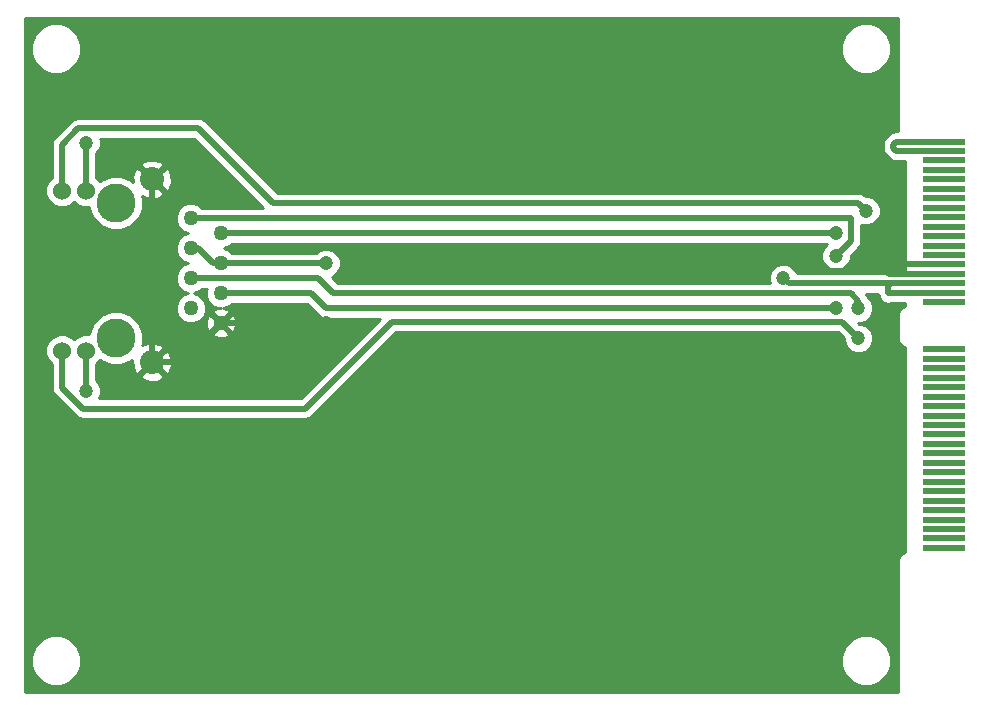
<source format=gbr>
%FSLAX46Y46*%
G04 Gerber Fmt 4.6, Leading zero omitted, Abs format (unit mm)*
G04 Created by KiCad (PCBNEW (2014-10-27 BZR 5228)-product) date 17.12.2014 12:59:46*
%MOMM*%
G01*
G04 APERTURE LIST*
%ADD10C,0.100000*%
%ADD11R,3.600000X0.550000*%
%ADD12C,1.270000*%
%ADD13C,3.302000*%
%ADD14C,2.032000*%
%ADD15C,1.524000*%
%ADD16C,1.200000*%
%ADD17C,0.500000*%
%ADD18C,0.254000*%
G04 APERTURE END LIST*
D10*
D11*
X190754000Y-104750000D03*
X190754000Y-103950000D03*
X190754000Y-103150000D03*
X190754000Y-102350000D03*
X190754000Y-101550000D03*
X190754000Y-100750000D03*
X190754000Y-99950000D03*
X190754000Y-99150000D03*
X190754000Y-98350000D03*
X190754000Y-97550000D03*
X190754000Y-96750000D03*
X190754000Y-95950000D03*
X190754000Y-95150000D03*
X190754000Y-94350000D03*
X190754000Y-93550000D03*
X190754000Y-92750000D03*
X190754000Y-91950000D03*
X190754000Y-91150000D03*
X190754000Y-90350000D03*
X190754000Y-89550000D03*
X190754000Y-88750000D03*
X190754000Y-87950000D03*
X190754000Y-83950000D03*
X190754000Y-83150000D03*
X190754000Y-82350000D03*
X190754000Y-81550000D03*
X190754000Y-80750000D03*
X190754000Y-79950000D03*
X190754000Y-79150000D03*
X190754000Y-78350000D03*
X190754000Y-77550000D03*
X190754000Y-76750000D03*
X190754000Y-75950000D03*
X190754000Y-75150000D03*
X190754000Y-74350000D03*
X190754000Y-73550000D03*
X190754000Y-72750000D03*
X190754000Y-71950000D03*
X190754000Y-71150000D03*
X190754000Y-70350000D03*
D12*
X127000000Y-76835000D03*
X129540000Y-78105000D03*
X127000000Y-79375000D03*
X129540000Y-80645000D03*
X127000000Y-81915000D03*
X129540000Y-83185000D03*
X127000000Y-84455000D03*
X129540000Y-85725000D03*
D13*
X120650000Y-75565000D03*
X120650000Y-86995000D03*
D14*
X123698000Y-73533000D03*
X123698000Y-89027000D03*
D15*
X118110000Y-74498200D03*
X116078000Y-74498200D03*
X118110000Y-88061800D03*
X116078000Y-88061800D03*
D16*
X177165000Y-80010000D03*
X138430000Y-85725000D03*
X138430000Y-80645000D03*
X183515000Y-86995000D03*
X183515000Y-84455000D03*
X177165000Y-81915000D03*
X181610000Y-84455000D03*
X181610000Y-80010000D03*
X181610000Y-78105000D03*
X184150000Y-76200000D03*
X118110000Y-70485000D03*
X118110000Y-91440000D03*
D17*
X186100998Y-81550000D02*
X186055000Y-81504002D01*
X186055000Y-81504002D02*
X186055000Y-81280000D01*
X190754000Y-81550000D02*
X186100998Y-81550000D01*
X182245000Y-81280000D02*
X186055000Y-81280000D01*
X177165000Y-80010000D02*
X178435000Y-81280000D01*
X178435000Y-81280000D02*
X181610000Y-81280000D01*
X181610000Y-81280000D02*
X182245000Y-81280000D01*
X186585000Y-80750000D02*
X186055000Y-81280000D01*
X190754000Y-80750000D02*
X186585000Y-80750000D01*
X129540000Y-85725000D02*
X138430000Y-85725000D01*
X123698000Y-89027000D02*
X123698000Y-73533000D01*
X126238000Y-89027000D02*
X129540000Y-85725000D01*
X123698000Y-89027000D02*
X126238000Y-89027000D01*
X128905000Y-80645000D02*
X129540000Y-80645000D01*
X127635000Y-79375000D02*
X128905000Y-80645000D01*
X127000000Y-79375000D02*
X127635000Y-79375000D01*
X129540000Y-80645000D02*
X138430000Y-80645000D01*
X116078000Y-91186000D02*
X117856000Y-92964000D01*
X117856000Y-92964000D02*
X136652000Y-92964000D01*
X136652000Y-92964000D02*
X144018000Y-85598000D01*
X144018000Y-85598000D02*
X182118000Y-85598000D01*
X182118000Y-85598000D02*
X183515000Y-86995000D01*
X116078000Y-88061800D02*
X116078000Y-91186000D01*
X137795000Y-81915000D02*
X139065000Y-83185000D01*
X139065000Y-83185000D02*
X182880000Y-83185000D01*
X182880000Y-83185000D02*
X183515000Y-83820000D01*
X183515000Y-83820000D02*
X183515000Y-84455000D01*
X127000000Y-81915000D02*
X137795000Y-81915000D01*
X186255000Y-82350000D02*
X186055000Y-82550000D01*
X186055000Y-82550000D02*
X186055000Y-83185000D01*
X186055000Y-83185000D02*
X186090000Y-83150000D01*
X186090000Y-83150000D02*
X190754000Y-83150000D01*
X187325000Y-82350000D02*
X186255000Y-82350000D01*
X190754000Y-82350000D02*
X187325000Y-82350000D01*
X177600000Y-82350000D02*
X177165000Y-81915000D01*
X187325000Y-82350000D02*
X177600000Y-82350000D01*
X181610000Y-84455000D02*
X138430000Y-84455000D01*
X138430000Y-84455000D02*
X137160000Y-83185000D01*
X137160000Y-83185000D02*
X129540000Y-83185000D01*
X176530000Y-76835000D02*
X177165000Y-76835000D01*
X177165000Y-76835000D02*
X179070000Y-76835000D01*
X179070000Y-76835000D02*
X182880000Y-76835000D01*
X182880000Y-76835000D02*
X182880000Y-78740000D01*
X182880000Y-78740000D02*
X181610000Y-80010000D01*
X127000000Y-76835000D02*
X175260000Y-76835000D01*
X175260000Y-76835000D02*
X176530000Y-76835000D01*
X173355000Y-78105000D02*
X129540000Y-78105000D01*
X176530000Y-78105000D02*
X177165000Y-78105000D01*
X177165000Y-78105000D02*
X181610000Y-78105000D01*
X173355000Y-78105000D02*
X176530000Y-78105000D01*
X116078000Y-70612000D02*
X117475000Y-69215000D01*
X117475000Y-69215000D02*
X127635000Y-69215000D01*
X127635000Y-69215000D02*
X133985000Y-75565000D01*
X133985000Y-75565000D02*
X183515000Y-75565000D01*
X183515000Y-75565000D02*
X184150000Y-76200000D01*
X116078000Y-74498200D02*
X116078000Y-70612000D01*
X186720000Y-71150000D02*
X186436000Y-70866000D01*
X186436000Y-70866000D02*
X186436000Y-70612000D01*
X186436000Y-70612000D02*
X186698000Y-70350000D01*
X186698000Y-70350000D02*
X190754000Y-70350000D01*
X190754000Y-71150000D02*
X186720000Y-71150000D01*
X118110000Y-70485000D02*
X118110000Y-74498200D01*
X118110000Y-91440000D02*
X118110000Y-88061800D01*
D18*
G36*
X187452000Y-105131262D02*
X187316862Y-105158143D01*
X187094632Y-105306632D01*
X186946143Y-105528862D01*
X186894000Y-105791000D01*
X186894000Y-116917000D01*
X186285240Y-116917000D01*
X186285240Y-113877211D01*
X185960910Y-113092273D01*
X185360886Y-112491200D01*
X184576515Y-112165501D01*
X183727211Y-112164760D01*
X182942273Y-112489090D01*
X182341200Y-113089114D01*
X182015501Y-113873485D01*
X182014760Y-114722789D01*
X182339090Y-115507727D01*
X182939114Y-116108800D01*
X183723485Y-116434499D01*
X184572789Y-116435240D01*
X185357727Y-116110910D01*
X185958800Y-115510886D01*
X186284499Y-114726515D01*
X186285240Y-113877211D01*
X186285240Y-116917000D01*
X179578000Y-116917000D01*
X117705240Y-116917000D01*
X117705240Y-113877211D01*
X117380910Y-113092273D01*
X116780886Y-112491200D01*
X115996515Y-112165501D01*
X115147211Y-112164760D01*
X114362273Y-112489090D01*
X113761200Y-113089114D01*
X113435501Y-113873485D01*
X113434760Y-114722789D01*
X113759090Y-115507727D01*
X114359114Y-116108800D01*
X115143485Y-116434499D01*
X115992789Y-116435240D01*
X116777727Y-116110910D01*
X117378800Y-115510886D01*
X117704499Y-114726515D01*
X117705240Y-113877211D01*
X117705240Y-116917000D01*
X112953000Y-116917000D01*
X112953000Y-59867000D01*
X186894000Y-59867000D01*
X186894000Y-69465000D01*
X186698005Y-69465000D01*
X186698000Y-69464999D01*
X186415515Y-69521189D01*
X186359325Y-69532367D01*
X186285240Y-69581868D01*
X186285240Y-62061211D01*
X185960910Y-61276273D01*
X185360886Y-60675200D01*
X184576515Y-60349501D01*
X183727211Y-60348760D01*
X182942273Y-60673090D01*
X182341200Y-61273114D01*
X182015501Y-62057485D01*
X182014760Y-62906789D01*
X182339090Y-63691727D01*
X182939114Y-64292800D01*
X183723485Y-64618499D01*
X184572789Y-64619240D01*
X185357727Y-64294910D01*
X185958800Y-63694886D01*
X186284499Y-62910515D01*
X186285240Y-62061211D01*
X186285240Y-69581868D01*
X186072210Y-69724210D01*
X186072207Y-69724213D01*
X185810210Y-69986210D01*
X185618367Y-70273325D01*
X185607189Y-70329515D01*
X185550999Y-70612000D01*
X185551000Y-70612005D01*
X185551000Y-70865994D01*
X185550999Y-70866000D01*
X185607189Y-71148484D01*
X185618367Y-71204675D01*
X185810210Y-71491790D01*
X186094207Y-71775786D01*
X186094210Y-71775790D01*
X186094211Y-71775790D01*
X186381325Y-71967633D01*
X186381326Y-71967633D01*
X186437515Y-71978810D01*
X186720000Y-72035001D01*
X186720000Y-72035000D01*
X186720005Y-72035000D01*
X187452000Y-72035000D01*
X187452000Y-81465000D01*
X187325000Y-81465000D01*
X186255005Y-81465000D01*
X186255000Y-81464999D01*
X186254994Y-81465000D01*
X178315335Y-81465000D01*
X178212592Y-81216343D01*
X177865485Y-80868629D01*
X177411734Y-80680215D01*
X176920421Y-80679786D01*
X176466343Y-80867408D01*
X176118629Y-81214515D01*
X175930215Y-81668266D01*
X175929786Y-82159579D01*
X175987807Y-82300000D01*
X139431579Y-82300000D01*
X138913197Y-81781618D01*
X139128657Y-81692592D01*
X139476371Y-81345485D01*
X139664785Y-80891734D01*
X139665214Y-80400421D01*
X139477592Y-79946343D01*
X139130485Y-79598629D01*
X138676734Y-79410215D01*
X138185421Y-79409786D01*
X137731343Y-79597408D01*
X137568466Y-79760000D01*
X130451030Y-79760000D01*
X130260337Y-79568974D01*
X129793727Y-79375221D01*
X129791512Y-79375219D01*
X130258458Y-79182282D01*
X130451075Y-78990000D01*
X173355000Y-78990000D01*
X176530000Y-78990000D01*
X177165000Y-78990000D01*
X180748425Y-78990000D01*
X180815946Y-79057638D01*
X180563629Y-79309515D01*
X180375215Y-79763266D01*
X180374786Y-80254579D01*
X180562408Y-80708657D01*
X180909515Y-81056371D01*
X181363266Y-81244785D01*
X181854579Y-81245214D01*
X182308657Y-81057592D01*
X182656371Y-80710485D01*
X182844785Y-80256734D01*
X182844985Y-80026593D01*
X183505786Y-79365792D01*
X183505789Y-79365790D01*
X183505790Y-79365790D01*
X183697633Y-79078675D01*
X183765000Y-78740000D01*
X183765001Y-78740000D01*
X183765000Y-78739994D01*
X183765000Y-77377371D01*
X183903266Y-77434785D01*
X184394579Y-77435214D01*
X184848657Y-77247592D01*
X185196371Y-76900485D01*
X185384785Y-76446734D01*
X185385214Y-75955421D01*
X185197592Y-75501343D01*
X184850485Y-75153629D01*
X184396734Y-74965215D01*
X184166594Y-74965014D01*
X184140790Y-74939210D01*
X183853675Y-74747367D01*
X183797484Y-74736189D01*
X183515000Y-74679999D01*
X183514994Y-74680000D01*
X134351579Y-74680000D01*
X128260790Y-68589210D01*
X127973675Y-68397367D01*
X127917484Y-68386189D01*
X127635000Y-68329999D01*
X127634994Y-68330000D01*
X117705240Y-68330000D01*
X117705240Y-62061211D01*
X117380910Y-61276273D01*
X116780886Y-60675200D01*
X115996515Y-60349501D01*
X115147211Y-60348760D01*
X114362273Y-60673090D01*
X113761200Y-61273114D01*
X113435501Y-62057485D01*
X113434760Y-62906789D01*
X113759090Y-63691727D01*
X114359114Y-64292800D01*
X115143485Y-64618499D01*
X115992789Y-64619240D01*
X116777727Y-64294910D01*
X117378800Y-63694886D01*
X117704499Y-62910515D01*
X117705240Y-62061211D01*
X117705240Y-68330000D01*
X117475000Y-68330000D01*
X117136325Y-68397367D01*
X116849210Y-68589210D01*
X116849207Y-68589213D01*
X115452210Y-69986210D01*
X115260367Y-70273325D01*
X115249189Y-70329515D01*
X115192999Y-70612000D01*
X115193000Y-70612005D01*
X115193000Y-73407721D01*
X114894371Y-73705830D01*
X114681243Y-74219100D01*
X114680758Y-74774861D01*
X114892990Y-75288503D01*
X115285630Y-75681829D01*
X115798900Y-75894957D01*
X116354661Y-75895442D01*
X116868303Y-75683210D01*
X117094049Y-75457857D01*
X117317630Y-75681829D01*
X117830900Y-75894957D01*
X118363710Y-75895421D01*
X118363604Y-76017719D01*
X118710894Y-76858223D01*
X119353395Y-77501846D01*
X120193292Y-77850602D01*
X121102719Y-77851396D01*
X121943223Y-77504106D01*
X122586846Y-76861605D01*
X122935602Y-76021708D01*
X122936396Y-75112281D01*
X122887012Y-74992764D01*
X123429642Y-75194816D01*
X124086019Y-75171014D01*
X124581880Y-74965622D01*
X124682502Y-74697107D01*
X123698000Y-73712605D01*
X123683857Y-73726747D01*
X123504252Y-73547142D01*
X123518395Y-73533000D01*
X122533893Y-72548498D01*
X122265378Y-72649120D01*
X122036184Y-73264642D01*
X122053239Y-73734974D01*
X121946605Y-73628154D01*
X121106708Y-73279398D01*
X120197281Y-73278604D01*
X119356777Y-73625894D01*
X119284838Y-73697707D01*
X118995000Y-73407362D01*
X118995000Y-71346574D01*
X119156371Y-71185485D01*
X119344785Y-70731734D01*
X119345214Y-70240421D01*
X119287192Y-70100000D01*
X127268420Y-70100000D01*
X133118420Y-75950000D01*
X127911030Y-75950000D01*
X127720337Y-75758974D01*
X127253727Y-75565221D01*
X126748490Y-75564780D01*
X126281542Y-75757718D01*
X125923974Y-76114663D01*
X125730221Y-76581273D01*
X125729780Y-77086510D01*
X125922718Y-77553458D01*
X126279663Y-77911026D01*
X126746273Y-78104779D01*
X126748487Y-78104780D01*
X126281542Y-78297718D01*
X125923974Y-78654663D01*
X125730221Y-79121273D01*
X125729780Y-79626510D01*
X125922718Y-80093458D01*
X126279663Y-80451026D01*
X126746273Y-80644779D01*
X126748487Y-80644780D01*
X126281542Y-80837718D01*
X125923974Y-81194663D01*
X125730221Y-81661273D01*
X125729780Y-82166510D01*
X125922718Y-82633458D01*
X126279663Y-82991026D01*
X126746273Y-83184779D01*
X126748487Y-83184780D01*
X126281542Y-83377718D01*
X125923974Y-83734663D01*
X125730221Y-84201273D01*
X125729780Y-84706510D01*
X125922718Y-85173458D01*
X126279663Y-85531026D01*
X126746273Y-85724779D01*
X127251510Y-85725220D01*
X127718458Y-85532282D01*
X128076026Y-85175337D01*
X128269779Y-84708727D01*
X128270220Y-84203490D01*
X128077282Y-83736542D01*
X127720337Y-83378974D01*
X127253727Y-83185221D01*
X127251512Y-83185219D01*
X127718458Y-82992282D01*
X127911075Y-82800000D01*
X128324730Y-82800000D01*
X128270221Y-82931273D01*
X128269780Y-83436510D01*
X128462718Y-83903458D01*
X128819663Y-84261026D01*
X129286273Y-84454779D01*
X129503070Y-84454968D01*
X129212977Y-84472094D01*
X128885303Y-84607821D01*
X128831472Y-84836867D01*
X129540000Y-85545395D01*
X130248528Y-84836867D01*
X130194697Y-84607821D01*
X129754453Y-84455187D01*
X129791510Y-84455220D01*
X130258458Y-84262282D01*
X130451075Y-84070000D01*
X136793420Y-84070000D01*
X137804207Y-85080786D01*
X137804210Y-85080790D01*
X138091325Y-85272633D01*
X138430000Y-85340001D01*
X138430000Y-85340000D01*
X138430005Y-85340000D01*
X143024420Y-85340000D01*
X136285420Y-92079000D01*
X130822681Y-92079000D01*
X130822681Y-85902336D01*
X130792906Y-85397977D01*
X130657179Y-85070303D01*
X130428133Y-85016472D01*
X129719605Y-85725000D01*
X130428133Y-86433528D01*
X130657179Y-86379697D01*
X130822681Y-85902336D01*
X130822681Y-92079000D01*
X130248528Y-92079000D01*
X130248528Y-86613133D01*
X129540000Y-85904605D01*
X129360395Y-86084210D01*
X129360395Y-85725000D01*
X128651867Y-85016472D01*
X128422821Y-85070303D01*
X128257319Y-85547664D01*
X128287094Y-86052023D01*
X128422821Y-86379697D01*
X128651867Y-86433528D01*
X129360395Y-85725000D01*
X129360395Y-86084210D01*
X128831472Y-86613133D01*
X128885303Y-86842179D01*
X129362664Y-87007681D01*
X129867023Y-86977906D01*
X130194697Y-86842179D01*
X130248528Y-86613133D01*
X130248528Y-92079000D01*
X125359816Y-92079000D01*
X125359816Y-89295358D01*
X125359816Y-73801358D01*
X125336014Y-73144981D01*
X125130622Y-72649120D01*
X124862107Y-72548498D01*
X124682502Y-72728103D01*
X124682502Y-72368893D01*
X124581880Y-72100378D01*
X123966358Y-71871184D01*
X123309981Y-71894986D01*
X122814120Y-72100378D01*
X122713498Y-72368893D01*
X123698000Y-73353395D01*
X124682502Y-72368893D01*
X124682502Y-72728103D01*
X123877605Y-73533000D01*
X124862107Y-74517502D01*
X125130622Y-74416880D01*
X125359816Y-73801358D01*
X125359816Y-89295358D01*
X125336014Y-88638981D01*
X125130622Y-88143120D01*
X124862107Y-88042498D01*
X123877605Y-89027000D01*
X124862107Y-90011502D01*
X125130622Y-89910880D01*
X125359816Y-89295358D01*
X125359816Y-92079000D01*
X124682502Y-92079000D01*
X124682502Y-90191107D01*
X123698000Y-89206605D01*
X122713498Y-90191107D01*
X122814120Y-90459622D01*
X123429642Y-90688816D01*
X124086019Y-90665014D01*
X124581880Y-90459622D01*
X124682502Y-90191107D01*
X124682502Y-92079000D01*
X119181901Y-92079000D01*
X119344785Y-91686734D01*
X119345214Y-91195421D01*
X119157592Y-90741343D01*
X118995000Y-90578466D01*
X118995000Y-89152278D01*
X119284726Y-88863057D01*
X119353395Y-88931846D01*
X120193292Y-89280602D01*
X121102719Y-89281396D01*
X121943223Y-88934106D01*
X122039076Y-88838419D01*
X122059986Y-89415019D01*
X122265378Y-89910880D01*
X122533893Y-90011502D01*
X123518395Y-89027000D01*
X123504252Y-89012857D01*
X123683857Y-88833252D01*
X123698000Y-88847395D01*
X124682502Y-87862893D01*
X124581880Y-87594378D01*
X123966358Y-87365184D01*
X123309981Y-87388986D01*
X122889288Y-87563242D01*
X122935602Y-87451708D01*
X122936396Y-86542281D01*
X122589106Y-85701777D01*
X121946605Y-85058154D01*
X121106708Y-84709398D01*
X120197281Y-84708604D01*
X119356777Y-85055894D01*
X118713154Y-85698395D01*
X118364398Y-86538292D01*
X118364287Y-86665021D01*
X117833339Y-86664558D01*
X117319697Y-86876790D01*
X117093950Y-87102142D01*
X116870370Y-86878171D01*
X116357100Y-86665043D01*
X115801339Y-86664558D01*
X115287697Y-86876790D01*
X114894371Y-87269430D01*
X114681243Y-87782700D01*
X114680758Y-88338461D01*
X114892990Y-88852103D01*
X115193000Y-89152637D01*
X115193000Y-91185994D01*
X115192999Y-91186000D01*
X115249189Y-91468484D01*
X115260367Y-91524675D01*
X115452210Y-91811790D01*
X117230207Y-93589786D01*
X117230210Y-93589790D01*
X117230211Y-93589790D01*
X117517325Y-93781633D01*
X117517326Y-93781633D01*
X117573515Y-93792810D01*
X117856000Y-93849001D01*
X117856000Y-93849000D01*
X117856005Y-93849000D01*
X136651994Y-93849000D01*
X136652000Y-93849001D01*
X136652000Y-93849000D01*
X136934484Y-93792810D01*
X136990674Y-93781633D01*
X136990675Y-93781633D01*
X137277790Y-93589790D01*
X144384579Y-86483000D01*
X181751420Y-86483000D01*
X182279985Y-87011564D01*
X182279786Y-87239579D01*
X182467408Y-87693657D01*
X182814515Y-88041371D01*
X183268266Y-88229785D01*
X183759579Y-88230214D01*
X184213657Y-88042592D01*
X184561371Y-87695485D01*
X184749785Y-87241734D01*
X184750214Y-86750421D01*
X184562592Y-86296343D01*
X184215485Y-85948629D01*
X183761734Y-85760215D01*
X183531593Y-85760014D01*
X183461533Y-85689953D01*
X183759579Y-85690214D01*
X184213657Y-85502592D01*
X184561371Y-85155485D01*
X184749785Y-84701734D01*
X184750214Y-84210421D01*
X184562592Y-83756343D01*
X184343727Y-83537095D01*
X184332634Y-83481326D01*
X184332633Y-83481325D01*
X184268975Y-83386054D01*
X184168044Y-83235000D01*
X185179944Y-83235000D01*
X185179945Y-83235000D01*
X185226189Y-83467484D01*
X185237367Y-83523675D01*
X185429210Y-83810790D01*
X185716325Y-84002633D01*
X185716326Y-84002633D01*
X185772515Y-84013810D01*
X186055000Y-84070001D01*
X186055000Y-84070000D01*
X186230955Y-84035000D01*
X186230957Y-84035000D01*
X187452000Y-84035000D01*
X187452000Y-84303262D01*
X187316862Y-84330143D01*
X187094632Y-84478632D01*
X186946143Y-84700862D01*
X186894000Y-84963000D01*
X186894000Y-87122000D01*
X186946143Y-87384138D01*
X187094632Y-87606368D01*
X187316862Y-87754857D01*
X187452000Y-87781737D01*
X187452000Y-105131262D01*
X187452000Y-105131262D01*
G37*
X187452000Y-105131262D02*
X187316862Y-105158143D01*
X187094632Y-105306632D01*
X186946143Y-105528862D01*
X186894000Y-105791000D01*
X186894000Y-116917000D01*
X186285240Y-116917000D01*
X186285240Y-113877211D01*
X185960910Y-113092273D01*
X185360886Y-112491200D01*
X184576515Y-112165501D01*
X183727211Y-112164760D01*
X182942273Y-112489090D01*
X182341200Y-113089114D01*
X182015501Y-113873485D01*
X182014760Y-114722789D01*
X182339090Y-115507727D01*
X182939114Y-116108800D01*
X183723485Y-116434499D01*
X184572789Y-116435240D01*
X185357727Y-116110910D01*
X185958800Y-115510886D01*
X186284499Y-114726515D01*
X186285240Y-113877211D01*
X186285240Y-116917000D01*
X179578000Y-116917000D01*
X117705240Y-116917000D01*
X117705240Y-113877211D01*
X117380910Y-113092273D01*
X116780886Y-112491200D01*
X115996515Y-112165501D01*
X115147211Y-112164760D01*
X114362273Y-112489090D01*
X113761200Y-113089114D01*
X113435501Y-113873485D01*
X113434760Y-114722789D01*
X113759090Y-115507727D01*
X114359114Y-116108800D01*
X115143485Y-116434499D01*
X115992789Y-116435240D01*
X116777727Y-116110910D01*
X117378800Y-115510886D01*
X117704499Y-114726515D01*
X117705240Y-113877211D01*
X117705240Y-116917000D01*
X112953000Y-116917000D01*
X112953000Y-59867000D01*
X186894000Y-59867000D01*
X186894000Y-69465000D01*
X186698005Y-69465000D01*
X186698000Y-69464999D01*
X186415515Y-69521189D01*
X186359325Y-69532367D01*
X186285240Y-69581868D01*
X186285240Y-62061211D01*
X185960910Y-61276273D01*
X185360886Y-60675200D01*
X184576515Y-60349501D01*
X183727211Y-60348760D01*
X182942273Y-60673090D01*
X182341200Y-61273114D01*
X182015501Y-62057485D01*
X182014760Y-62906789D01*
X182339090Y-63691727D01*
X182939114Y-64292800D01*
X183723485Y-64618499D01*
X184572789Y-64619240D01*
X185357727Y-64294910D01*
X185958800Y-63694886D01*
X186284499Y-62910515D01*
X186285240Y-62061211D01*
X186285240Y-69581868D01*
X186072210Y-69724210D01*
X186072207Y-69724213D01*
X185810210Y-69986210D01*
X185618367Y-70273325D01*
X185607189Y-70329515D01*
X185550999Y-70612000D01*
X185551000Y-70612005D01*
X185551000Y-70865994D01*
X185550999Y-70866000D01*
X185607189Y-71148484D01*
X185618367Y-71204675D01*
X185810210Y-71491790D01*
X186094207Y-71775786D01*
X186094210Y-71775790D01*
X186094211Y-71775790D01*
X186381325Y-71967633D01*
X186381326Y-71967633D01*
X186437515Y-71978810D01*
X186720000Y-72035001D01*
X186720000Y-72035000D01*
X186720005Y-72035000D01*
X187452000Y-72035000D01*
X187452000Y-81465000D01*
X187325000Y-81465000D01*
X186255005Y-81465000D01*
X186255000Y-81464999D01*
X186254994Y-81465000D01*
X178315335Y-81465000D01*
X178212592Y-81216343D01*
X177865485Y-80868629D01*
X177411734Y-80680215D01*
X176920421Y-80679786D01*
X176466343Y-80867408D01*
X176118629Y-81214515D01*
X175930215Y-81668266D01*
X175929786Y-82159579D01*
X175987807Y-82300000D01*
X139431579Y-82300000D01*
X138913197Y-81781618D01*
X139128657Y-81692592D01*
X139476371Y-81345485D01*
X139664785Y-80891734D01*
X139665214Y-80400421D01*
X139477592Y-79946343D01*
X139130485Y-79598629D01*
X138676734Y-79410215D01*
X138185421Y-79409786D01*
X137731343Y-79597408D01*
X137568466Y-79760000D01*
X130451030Y-79760000D01*
X130260337Y-79568974D01*
X129793727Y-79375221D01*
X129791512Y-79375219D01*
X130258458Y-79182282D01*
X130451075Y-78990000D01*
X173355000Y-78990000D01*
X176530000Y-78990000D01*
X177165000Y-78990000D01*
X180748425Y-78990000D01*
X180815946Y-79057638D01*
X180563629Y-79309515D01*
X180375215Y-79763266D01*
X180374786Y-80254579D01*
X180562408Y-80708657D01*
X180909515Y-81056371D01*
X181363266Y-81244785D01*
X181854579Y-81245214D01*
X182308657Y-81057592D01*
X182656371Y-80710485D01*
X182844785Y-80256734D01*
X182844985Y-80026593D01*
X183505786Y-79365792D01*
X183505789Y-79365790D01*
X183505790Y-79365790D01*
X183697633Y-79078675D01*
X183765000Y-78740000D01*
X183765001Y-78740000D01*
X183765000Y-78739994D01*
X183765000Y-77377371D01*
X183903266Y-77434785D01*
X184394579Y-77435214D01*
X184848657Y-77247592D01*
X185196371Y-76900485D01*
X185384785Y-76446734D01*
X185385214Y-75955421D01*
X185197592Y-75501343D01*
X184850485Y-75153629D01*
X184396734Y-74965215D01*
X184166594Y-74965014D01*
X184140790Y-74939210D01*
X183853675Y-74747367D01*
X183797484Y-74736189D01*
X183515000Y-74679999D01*
X183514994Y-74680000D01*
X134351579Y-74680000D01*
X128260790Y-68589210D01*
X127973675Y-68397367D01*
X127917484Y-68386189D01*
X127635000Y-68329999D01*
X127634994Y-68330000D01*
X117705240Y-68330000D01*
X117705240Y-62061211D01*
X117380910Y-61276273D01*
X116780886Y-60675200D01*
X115996515Y-60349501D01*
X115147211Y-60348760D01*
X114362273Y-60673090D01*
X113761200Y-61273114D01*
X113435501Y-62057485D01*
X113434760Y-62906789D01*
X113759090Y-63691727D01*
X114359114Y-64292800D01*
X115143485Y-64618499D01*
X115992789Y-64619240D01*
X116777727Y-64294910D01*
X117378800Y-63694886D01*
X117704499Y-62910515D01*
X117705240Y-62061211D01*
X117705240Y-68330000D01*
X117475000Y-68330000D01*
X117136325Y-68397367D01*
X116849210Y-68589210D01*
X116849207Y-68589213D01*
X115452210Y-69986210D01*
X115260367Y-70273325D01*
X115249189Y-70329515D01*
X115192999Y-70612000D01*
X115193000Y-70612005D01*
X115193000Y-73407721D01*
X114894371Y-73705830D01*
X114681243Y-74219100D01*
X114680758Y-74774861D01*
X114892990Y-75288503D01*
X115285630Y-75681829D01*
X115798900Y-75894957D01*
X116354661Y-75895442D01*
X116868303Y-75683210D01*
X117094049Y-75457857D01*
X117317630Y-75681829D01*
X117830900Y-75894957D01*
X118363710Y-75895421D01*
X118363604Y-76017719D01*
X118710894Y-76858223D01*
X119353395Y-77501846D01*
X120193292Y-77850602D01*
X121102719Y-77851396D01*
X121943223Y-77504106D01*
X122586846Y-76861605D01*
X122935602Y-76021708D01*
X122936396Y-75112281D01*
X122887012Y-74992764D01*
X123429642Y-75194816D01*
X124086019Y-75171014D01*
X124581880Y-74965622D01*
X124682502Y-74697107D01*
X123698000Y-73712605D01*
X123683857Y-73726747D01*
X123504252Y-73547142D01*
X123518395Y-73533000D01*
X122533893Y-72548498D01*
X122265378Y-72649120D01*
X122036184Y-73264642D01*
X122053239Y-73734974D01*
X121946605Y-73628154D01*
X121106708Y-73279398D01*
X120197281Y-73278604D01*
X119356777Y-73625894D01*
X119284838Y-73697707D01*
X118995000Y-73407362D01*
X118995000Y-71346574D01*
X119156371Y-71185485D01*
X119344785Y-70731734D01*
X119345214Y-70240421D01*
X119287192Y-70100000D01*
X127268420Y-70100000D01*
X133118420Y-75950000D01*
X127911030Y-75950000D01*
X127720337Y-75758974D01*
X127253727Y-75565221D01*
X126748490Y-75564780D01*
X126281542Y-75757718D01*
X125923974Y-76114663D01*
X125730221Y-76581273D01*
X125729780Y-77086510D01*
X125922718Y-77553458D01*
X126279663Y-77911026D01*
X126746273Y-78104779D01*
X126748487Y-78104780D01*
X126281542Y-78297718D01*
X125923974Y-78654663D01*
X125730221Y-79121273D01*
X125729780Y-79626510D01*
X125922718Y-80093458D01*
X126279663Y-80451026D01*
X126746273Y-80644779D01*
X126748487Y-80644780D01*
X126281542Y-80837718D01*
X125923974Y-81194663D01*
X125730221Y-81661273D01*
X125729780Y-82166510D01*
X125922718Y-82633458D01*
X126279663Y-82991026D01*
X126746273Y-83184779D01*
X126748487Y-83184780D01*
X126281542Y-83377718D01*
X125923974Y-83734663D01*
X125730221Y-84201273D01*
X125729780Y-84706510D01*
X125922718Y-85173458D01*
X126279663Y-85531026D01*
X126746273Y-85724779D01*
X127251510Y-85725220D01*
X127718458Y-85532282D01*
X128076026Y-85175337D01*
X128269779Y-84708727D01*
X128270220Y-84203490D01*
X128077282Y-83736542D01*
X127720337Y-83378974D01*
X127253727Y-83185221D01*
X127251512Y-83185219D01*
X127718458Y-82992282D01*
X127911075Y-82800000D01*
X128324730Y-82800000D01*
X128270221Y-82931273D01*
X128269780Y-83436510D01*
X128462718Y-83903458D01*
X128819663Y-84261026D01*
X129286273Y-84454779D01*
X129503070Y-84454968D01*
X129212977Y-84472094D01*
X128885303Y-84607821D01*
X128831472Y-84836867D01*
X129540000Y-85545395D01*
X130248528Y-84836867D01*
X130194697Y-84607821D01*
X129754453Y-84455187D01*
X129791510Y-84455220D01*
X130258458Y-84262282D01*
X130451075Y-84070000D01*
X136793420Y-84070000D01*
X137804207Y-85080786D01*
X137804210Y-85080790D01*
X138091325Y-85272633D01*
X138430000Y-85340001D01*
X138430000Y-85340000D01*
X138430005Y-85340000D01*
X143024420Y-85340000D01*
X136285420Y-92079000D01*
X130822681Y-92079000D01*
X130822681Y-85902336D01*
X130792906Y-85397977D01*
X130657179Y-85070303D01*
X130428133Y-85016472D01*
X129719605Y-85725000D01*
X130428133Y-86433528D01*
X130657179Y-86379697D01*
X130822681Y-85902336D01*
X130822681Y-92079000D01*
X130248528Y-92079000D01*
X130248528Y-86613133D01*
X129540000Y-85904605D01*
X129360395Y-86084210D01*
X129360395Y-85725000D01*
X128651867Y-85016472D01*
X128422821Y-85070303D01*
X128257319Y-85547664D01*
X128287094Y-86052023D01*
X128422821Y-86379697D01*
X128651867Y-86433528D01*
X129360395Y-85725000D01*
X129360395Y-86084210D01*
X128831472Y-86613133D01*
X128885303Y-86842179D01*
X129362664Y-87007681D01*
X129867023Y-86977906D01*
X130194697Y-86842179D01*
X130248528Y-86613133D01*
X130248528Y-92079000D01*
X125359816Y-92079000D01*
X125359816Y-89295358D01*
X125359816Y-73801358D01*
X125336014Y-73144981D01*
X125130622Y-72649120D01*
X124862107Y-72548498D01*
X124682502Y-72728103D01*
X124682502Y-72368893D01*
X124581880Y-72100378D01*
X123966358Y-71871184D01*
X123309981Y-71894986D01*
X122814120Y-72100378D01*
X122713498Y-72368893D01*
X123698000Y-73353395D01*
X124682502Y-72368893D01*
X124682502Y-72728103D01*
X123877605Y-73533000D01*
X124862107Y-74517502D01*
X125130622Y-74416880D01*
X125359816Y-73801358D01*
X125359816Y-89295358D01*
X125336014Y-88638981D01*
X125130622Y-88143120D01*
X124862107Y-88042498D01*
X123877605Y-89027000D01*
X124862107Y-90011502D01*
X125130622Y-89910880D01*
X125359816Y-89295358D01*
X125359816Y-92079000D01*
X124682502Y-92079000D01*
X124682502Y-90191107D01*
X123698000Y-89206605D01*
X122713498Y-90191107D01*
X122814120Y-90459622D01*
X123429642Y-90688816D01*
X124086019Y-90665014D01*
X124581880Y-90459622D01*
X124682502Y-90191107D01*
X124682502Y-92079000D01*
X119181901Y-92079000D01*
X119344785Y-91686734D01*
X119345214Y-91195421D01*
X119157592Y-90741343D01*
X118995000Y-90578466D01*
X118995000Y-89152278D01*
X119284726Y-88863057D01*
X119353395Y-88931846D01*
X120193292Y-89280602D01*
X121102719Y-89281396D01*
X121943223Y-88934106D01*
X122039076Y-88838419D01*
X122059986Y-89415019D01*
X122265378Y-89910880D01*
X122533893Y-90011502D01*
X123518395Y-89027000D01*
X123504252Y-89012857D01*
X123683857Y-88833252D01*
X123698000Y-88847395D01*
X124682502Y-87862893D01*
X124581880Y-87594378D01*
X123966358Y-87365184D01*
X123309981Y-87388986D01*
X122889288Y-87563242D01*
X122935602Y-87451708D01*
X122936396Y-86542281D01*
X122589106Y-85701777D01*
X121946605Y-85058154D01*
X121106708Y-84709398D01*
X120197281Y-84708604D01*
X119356777Y-85055894D01*
X118713154Y-85698395D01*
X118364398Y-86538292D01*
X118364287Y-86665021D01*
X117833339Y-86664558D01*
X117319697Y-86876790D01*
X117093950Y-87102142D01*
X116870370Y-86878171D01*
X116357100Y-86665043D01*
X115801339Y-86664558D01*
X115287697Y-86876790D01*
X114894371Y-87269430D01*
X114681243Y-87782700D01*
X114680758Y-88338461D01*
X114892990Y-88852103D01*
X115193000Y-89152637D01*
X115193000Y-91185994D01*
X115192999Y-91186000D01*
X115249189Y-91468484D01*
X115260367Y-91524675D01*
X115452210Y-91811790D01*
X117230207Y-93589786D01*
X117230210Y-93589790D01*
X117230211Y-93589790D01*
X117517325Y-93781633D01*
X117517326Y-93781633D01*
X117573515Y-93792810D01*
X117856000Y-93849001D01*
X117856000Y-93849000D01*
X117856005Y-93849000D01*
X136651994Y-93849000D01*
X136652000Y-93849001D01*
X136652000Y-93849000D01*
X136934484Y-93792810D01*
X136990674Y-93781633D01*
X136990675Y-93781633D01*
X137277790Y-93589790D01*
X144384579Y-86483000D01*
X181751420Y-86483000D01*
X182279985Y-87011564D01*
X182279786Y-87239579D01*
X182467408Y-87693657D01*
X182814515Y-88041371D01*
X183268266Y-88229785D01*
X183759579Y-88230214D01*
X184213657Y-88042592D01*
X184561371Y-87695485D01*
X184749785Y-87241734D01*
X184750214Y-86750421D01*
X184562592Y-86296343D01*
X184215485Y-85948629D01*
X183761734Y-85760215D01*
X183531593Y-85760014D01*
X183461533Y-85689953D01*
X183759579Y-85690214D01*
X184213657Y-85502592D01*
X184561371Y-85155485D01*
X184749785Y-84701734D01*
X184750214Y-84210421D01*
X184562592Y-83756343D01*
X184343727Y-83537095D01*
X184332634Y-83481326D01*
X184332633Y-83481325D01*
X184268975Y-83386054D01*
X184168044Y-83235000D01*
X185179944Y-83235000D01*
X185179945Y-83235000D01*
X185226189Y-83467484D01*
X185237367Y-83523675D01*
X185429210Y-83810790D01*
X185716325Y-84002633D01*
X185716326Y-84002633D01*
X185772515Y-84013810D01*
X186055000Y-84070001D01*
X186055000Y-84070000D01*
X186230955Y-84035000D01*
X186230957Y-84035000D01*
X187452000Y-84035000D01*
X187452000Y-84303262D01*
X187316862Y-84330143D01*
X187094632Y-84478632D01*
X186946143Y-84700862D01*
X186894000Y-84963000D01*
X186894000Y-87122000D01*
X186946143Y-87384138D01*
X187094632Y-87606368D01*
X187316862Y-87754857D01*
X187452000Y-87781737D01*
X187452000Y-105131262D01*
M02*

</source>
